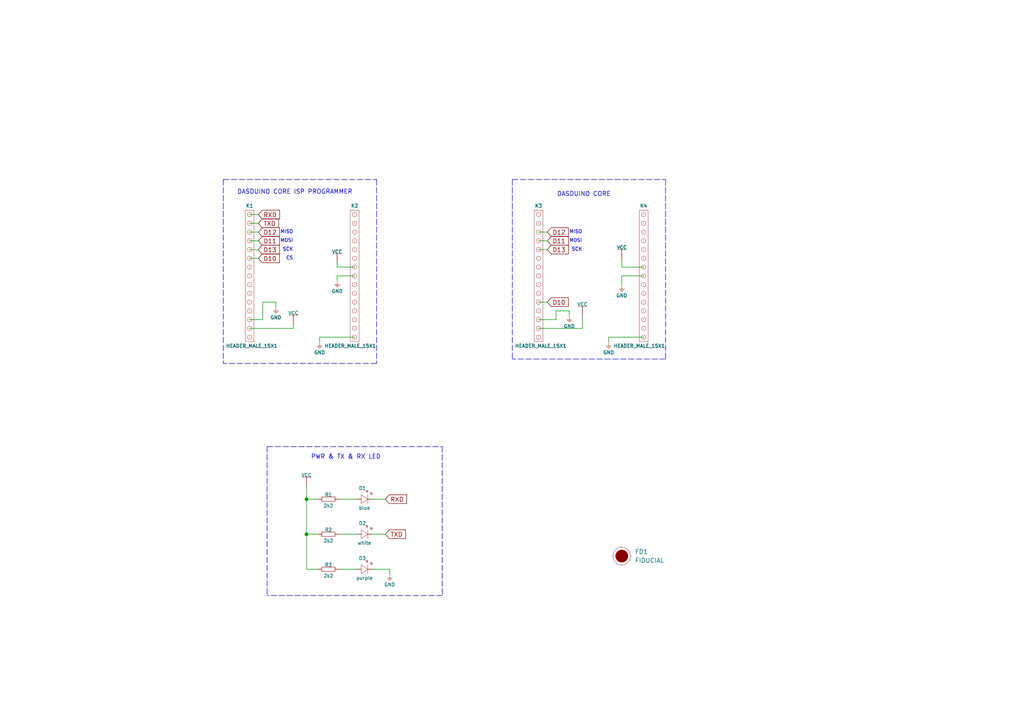
<source format=kicad_sch>
(kicad_sch (version 20210621) (generator eeschema)

  (uuid d138fa75-487f-476b-8157-412287358d64)

  (paper "A4")

  (lib_symbols
    (symbol "e-radionica.com schematics:0402LED" (pin_numbers hide) (pin_names (offset 0.254) hide) (in_bom yes) (on_board yes)
      (property "Reference" "D" (id 0) (at -0.635 2.54 0)
        (effects (font (size 1 1)))
      )
      (property "Value" "0402LED" (id 1) (at 0 -2.54 0)
        (effects (font (size 1 1)))
      )
      (property "Footprint" "e-radionica.com footprinti:0402LED" (id 2) (at 0 5.08 0)
        (effects (font (size 1 1)) hide)
      )
      (property "Datasheet" "" (id 3) (at 0 0 0)
        (effects (font (size 1 1)) hide)
      )
      (property "Package" "0402" (id 4) (at 0 0 0)
        (effects (font (size 1.27 1.27)) hide)
      )
      (symbol "0402LED_0_1"
        (polyline
          (pts
            (xy -0.635 1.27)
            (xy 1.27 0)
          )
          (stroke (width 0.0006)) (fill (type none))
        )
        (polyline
          (pts
            (xy 0.635 1.905)
            (xy 1.27 2.54)
          )
          (stroke (width 0.0006)) (fill (type none))
        )
        (polyline
          (pts
            (xy 1.27 1.27)
            (xy 1.27 -1.27)
          )
          (stroke (width 0.0006)) (fill (type none))
        )
        (polyline
          (pts
            (xy 1.905 1.27)
            (xy 2.54 1.905)
          )
          (stroke (width 0.0006)) (fill (type none))
        )
        (polyline
          (pts
            (xy -0.635 1.27)
            (xy -0.635 -1.27)
            (xy 1.27 0)
          )
          (stroke (width 0.0006)) (fill (type none))
        )
        (polyline
          (pts
            (xy 1.27 2.54)
            (xy 0.635 2.54)
            (xy 1.27 1.905)
            (xy 1.27 2.54)
          )
          (stroke (width 0.0006)) (fill (type none))
        )
        (polyline
          (pts
            (xy 2.54 1.905)
            (xy 1.905 1.905)
            (xy 2.54 1.27)
            (xy 2.54 1.905)
          )
          (stroke (width 0.0006)) (fill (type none))
        )
      )
      (symbol "0402LED_1_1"
        (pin passive line (at -1.905 0 0) (length 1.27)
          (name "A" (effects (font (size 1.27 1.27))))
          (number "1" (effects (font (size 1.27 1.27))))
        )
        (pin passive line (at 2.54 0 180) (length 1.27)
          (name "K" (effects (font (size 1.27 1.27))))
          (number "2" (effects (font (size 1.27 1.27))))
        )
      )
    )
    (symbol "e-radionica.com schematics:0402R" (pin_numbers hide) (pin_names (offset 0.254)) (in_bom yes) (on_board yes)
      (property "Reference" "R" (id 0) (at -1.905 1.27 0)
        (effects (font (size 1 1)))
      )
      (property "Value" "0402R" (id 1) (at 0 -1.27 0)
        (effects (font (size 1 1)))
      )
      (property "Footprint" "e-radionica.com footprinti:0402R" (id 2) (at -2.54 1.905 0)
        (effects (font (size 1 1)) hide)
      )
      (property "Datasheet" "" (id 3) (at -2.54 1.905 0)
        (effects (font (size 1 1)) hide)
      )
      (symbol "0402R_0_1"
        (rectangle (start -1.905 -0.635) (end 1.905 -0.6604)
          (stroke (width 0.1)) (fill (type none))
        )
        (rectangle (start -1.905 0.635) (end -1.8796 -0.635)
          (stroke (width 0.1)) (fill (type none))
        )
        (rectangle (start -1.905 0.635) (end 1.905 0.6096)
          (stroke (width 0.1)) (fill (type none))
        )
        (rectangle (start 1.905 0.635) (end 1.9304 -0.635)
          (stroke (width 0.1)) (fill (type none))
        )
      )
      (symbol "0402R_1_1"
        (pin passive line (at -3.175 0 0) (length 1.27)
          (name "~" (effects (font (size 1.27 1.27))))
          (number "1" (effects (font (size 1.27 1.27))))
        )
        (pin passive line (at 3.175 0 180) (length 1.27)
          (name "~" (effects (font (size 1.27 1.27))))
          (number "2" (effects (font (size 1.27 1.27))))
        )
      )
    )
    (symbol "e-radionica.com schematics:FIDUCIAL" (in_bom no) (on_board yes)
      (property "Reference" "FD" (id 0) (at 0 3.81 0)
        (effects (font (size 1.27 1.27)))
      )
      (property "Value" "FIDUCIAL" (id 1) (at 0 -3.81 0)
        (effects (font (size 1.27 1.27)))
      )
      (property "Footprint" "e-radionica.com footprinti:FIDUCIAL_23" (id 2) (at 0.254 -5.334 0)
        (effects (font (size 1.27 1.27)) hide)
      )
      (property "Datasheet" "" (id 3) (at 0 0 0)
        (effects (font (size 1.27 1.27)) hide)
      )
      (symbol "FIDUCIAL_0_1"
        (circle (center 0 0) (radius 2.54) (stroke (width 0.0006)) (fill (type none)))
        (circle (center 0 0) (radius 1.7961) (stroke (width 0.001)) (fill (type outline)))
        (polyline
          (pts
            (xy -2.54 0)
            (xy -2.794 0)
          )
          (stroke (width 0.0006)) (fill (type none))
        )
        (polyline
          (pts
            (xy 0 -2.54)
            (xy 0 -2.794)
          )
          (stroke (width 0.0006)) (fill (type none))
        )
        (polyline
          (pts
            (xy 0 2.54)
            (xy 0 2.794)
          )
          (stroke (width 0.0006)) (fill (type none))
        )
        (polyline
          (pts
            (xy 2.54 0)
            (xy 2.794 0)
          )
          (stroke (width 0.0006)) (fill (type none))
        )
      )
    )
    (symbol "e-radionica.com schematics:GND" (power) (pin_names (offset 0)) (in_bom yes) (on_board yes)
      (property "Reference" "#PWR" (id 0) (at 4.445 0 0)
        (effects (font (size 1 1)) hide)
      )
      (property "Value" "GND" (id 1) (at 0 -2.921 0)
        (effects (font (size 1 1)))
      )
      (property "Footprint" "" (id 2) (at 4.445 3.81 0)
        (effects (font (size 1 1)) hide)
      )
      (property "Datasheet" "" (id 3) (at 4.445 3.81 0)
        (effects (font (size 1 1)) hide)
      )
      (property "ki_keywords" "power-flag" (id 4) (at 0 0 0)
        (effects (font (size 1.27 1.27)) hide)
      )
      (property "ki_description" "Power symbol creates a global label with name \"GND\"" (id 5) (at 0 0 0)
        (effects (font (size 1.27 1.27)) hide)
      )
      (symbol "GND_0_1"
        (polyline
          (pts
            (xy -0.762 -1.27)
            (xy 0.762 -1.27)
          )
          (stroke (width 0.0006)) (fill (type none))
        )
        (polyline
          (pts
            (xy -0.635 -1.524)
            (xy 0.635 -1.524)
          )
          (stroke (width 0.0006)) (fill (type none))
        )
        (polyline
          (pts
            (xy -0.381 -1.778)
            (xy 0.381 -1.778)
          )
          (stroke (width 0.0006)) (fill (type none))
        )
        (polyline
          (pts
            (xy -0.127 -2.032)
            (xy 0.127 -2.032)
          )
          (stroke (width 0.0006)) (fill (type none))
        )
        (polyline
          (pts
            (xy 0 0)
            (xy 0 -1.27)
          )
          (stroke (width 0.0006)) (fill (type none))
        )
      )
      (symbol "GND_1_1"
        (pin power_in line (at 0 0 270) (length 0) hide
          (name "GND" (effects (font (size 1.27 1.27))))
          (number "1" (effects (font (size 1.27 1.27))))
        )
      )
    )
    (symbol "e-radionica.com schematics:HEADER_MALE_15X1" (pin_numbers hide) (pin_names hide) (in_bom yes) (on_board yes)
      (property "Reference" "K" (id 0) (at -0.635 20.32 0)
        (effects (font (size 1 1)))
      )
      (property "Value" "HEADER_MALE_15X1" (id 1) (at 1.27 -20.32 0)
        (effects (font (size 1 1)))
      )
      (property "Footprint" "e-radionica.com footprinti:HEADER_MALE_15X1" (id 2) (at 0 0 0)
        (effects (font (size 1 1)) hide)
      )
      (property "Datasheet" "" (id 3) (at 0 0 0)
        (effects (font (size 1 1)) hide)
      )
      (symbol "HEADER_MALE_15X1_0_1"
        (circle (center 0 -17.78) (radius 0.635) (stroke (width 0.0006)) (fill (type none)))
        (circle (center 0 -15.24) (radius 0.635) (stroke (width 0.0006)) (fill (type none)))
        (circle (center 0 -12.7) (radius 0.635) (stroke (width 0.0006)) (fill (type none)))
        (circle (center 0 -10.16) (radius 0.635) (stroke (width 0.0006)) (fill (type none)))
        (circle (center 0 -7.62) (radius 0.635) (stroke (width 0.0006)) (fill (type none)))
        (circle (center 0 -5.08) (radius 0.635) (stroke (width 0.0006)) (fill (type none)))
        (circle (center 0 -2.54) (radius 0.635) (stroke (width 0.0006)) (fill (type none)))
        (circle (center 0 0) (radius 0.635) (stroke (width 0.0006)) (fill (type none)))
        (circle (center 0 2.54) (radius 0.635) (stroke (width 0.0006)) (fill (type none)))
        (circle (center 0 5.08) (radius 0.635) (stroke (width 0.0006)) (fill (type none)))
        (circle (center 0 7.62) (radius 0.635) (stroke (width 0.0006)) (fill (type none)))
        (circle (center 0 10.16) (radius 0.635) (stroke (width 0.0006)) (fill (type none)))
        (circle (center 0 12.7) (radius 0.635) (stroke (width 0.0006)) (fill (type none)))
        (circle (center 0 15.24) (radius 0.635) (stroke (width 0.0006)) (fill (type none)))
        (circle (center 0 17.78) (radius 0.635) (stroke (width 0.0006)) (fill (type none)))
        (rectangle (start 1.27 -19.05) (end -1.27 19.05)
          (stroke (width 0.0006)) (fill (type none))
        )
      )
      (symbol "HEADER_MALE_15X1_1_1"
        (pin passive line (at 0 -17.78 180) (length 0)
          (name "~" (effects (font (size 0.991 0.991))))
          (number "1" (effects (font (size 0.991 0.991))))
        )
        (pin passive line (at 0 5.08 180) (length 0)
          (name "~" (effects (font (size 0.991 0.991))))
          (number "10" (effects (font (size 0.991 0.991))))
        )
        (pin passive line (at 0 7.62 180) (length 0)
          (name "~" (effects (font (size 0.991 0.991))))
          (number "11" (effects (font (size 0.991 0.991))))
        )
        (pin passive line (at 0 10.16 180) (length 0)
          (name "~" (effects (font (size 0.991 0.991))))
          (number "12" (effects (font (size 0.991 0.991))))
        )
        (pin passive line (at 0 12.7 180) (length 0)
          (name "~" (effects (font (size 0.991 0.991))))
          (number "13" (effects (font (size 0.991 0.991))))
        )
        (pin passive line (at 0 15.24 180) (length 0)
          (name "~" (effects (font (size 0.991 0.991))))
          (number "14" (effects (font (size 0.991 0.991))))
        )
        (pin passive line (at 0 17.78 180) (length 0)
          (name "~" (effects (font (size 0.991 0.991))))
          (number "15" (effects (font (size 0.991 0.991))))
        )
        (pin passive line (at 0 -15.24 180) (length 0)
          (name "~" (effects (font (size 0.991 0.991))))
          (number "2" (effects (font (size 0.991 0.991))))
        )
        (pin passive line (at 0 -12.7 180) (length 0)
          (name "~" (effects (font (size 0.991 0.991))))
          (number "3" (effects (font (size 0.991 0.991))))
        )
        (pin passive line (at 0 -10.16 180) (length 0)
          (name "~" (effects (font (size 0.991 0.991))))
          (number "4" (effects (font (size 0.991 0.991))))
        )
        (pin passive line (at 0 -7.62 180) (length 0)
          (name "~" (effects (font (size 0.991 0.991))))
          (number "5" (effects (font (size 0.991 0.991))))
        )
        (pin passive line (at 0 -5.08 180) (length 0)
          (name "~" (effects (font (size 0.991 0.991))))
          (number "6" (effects (font (size 0.991 0.991))))
        )
        (pin passive line (at 0 -2.54 180) (length 0)
          (name "~" (effects (font (size 0.991 0.991))))
          (number "7" (effects (font (size 0.991 0.991))))
        )
        (pin passive line (at 0 0 180) (length 0)
          (name "~" (effects (font (size 0.991 0.991))))
          (number "8" (effects (font (size 0.991 0.991))))
        )
        (pin passive line (at 0 2.54 180) (length 0)
          (name "~" (effects (font (size 0.991 0.991))))
          (number "9" (effects (font (size 0.991 0.991))))
        )
      )
    )
    (symbol "e-radionica.com schematics:VCC" (power) (pin_names (offset 0)) (in_bom yes) (on_board yes)
      (property "Reference" "#PWR" (id 0) (at 4.445 0 0)
        (effects (font (size 1 1)) hide)
      )
      (property "Value" "VCC" (id 1) (at 0 3.556 0)
        (effects (font (size 1 1)))
      )
      (property "Footprint" "" (id 2) (at 4.445 3.81 0)
        (effects (font (size 1 1)) hide)
      )
      (property "Datasheet" "" (id 3) (at 4.445 3.81 0)
        (effects (font (size 1 1)) hide)
      )
      (property "ki_keywords" "power-flag" (id 4) (at 0 0 0)
        (effects (font (size 1.27 1.27)) hide)
      )
      (property "ki_description" "Power symbol creates a global label with name \"VCC\"" (id 5) (at 0 0 0)
        (effects (font (size 1.27 1.27)) hide)
      )
      (symbol "VCC_0_1"
        (polyline
          (pts
            (xy -1.27 2.54)
            (xy 1.27 2.54)
          )
          (stroke (width 0.0006)) (fill (type none))
        )
        (polyline
          (pts
            (xy 0 0)
            (xy 0 2.54)
          )
          (stroke (width 0)) (fill (type none))
        )
      )
      (symbol "VCC_1_1"
        (pin power_in line (at 0 0 90) (length 0) hide
          (name "VCC" (effects (font (size 1.27 1.27))))
          (number "1" (effects (font (size 1.27 1.27))))
        )
      )
    )
  )

  (junction (at 88.9 144.78) (diameter 0.9144) (color 0 0 0 0))
  (junction (at 88.9 154.94) (diameter 0.9144) (color 0 0 0 0))

  (wire (pts (xy 72.39 62.23) (xy 74.93 62.23))
    (stroke (width 0) (type solid) (color 0 0 0 0))
    (uuid ca1eea80-6ea0-4d29-aad9-54c11f76b881)
  )
  (wire (pts (xy 72.39 64.77) (xy 74.93 64.77))
    (stroke (width 0) (type solid) (color 0 0 0 0))
    (uuid fe8be61d-0f6e-40af-b036-a5a289dc1b8f)
  )
  (wire (pts (xy 72.39 67.31) (xy 74.93 67.31))
    (stroke (width 0) (type solid) (color 0 0 0 0))
    (uuid 746024b6-09f0-4b61-8376-2cc9aad44efc)
  )
  (wire (pts (xy 72.39 69.85) (xy 74.93 69.85))
    (stroke (width 0) (type solid) (color 0 0 0 0))
    (uuid adce9ed8-ee7f-452c-8163-9a0b1a118a29)
  )
  (wire (pts (xy 72.39 72.39) (xy 74.93 72.39))
    (stroke (width 0) (type solid) (color 0 0 0 0))
    (uuid c071ccb7-776f-4238-8960-059f517c58a6)
  )
  (wire (pts (xy 72.39 74.93) (xy 74.93 74.93))
    (stroke (width 0) (type solid) (color 0 0 0 0))
    (uuid 0a4036bf-0075-4ce8-a90e-be9404b80c16)
  )
  (wire (pts (xy 72.39 92.71) (xy 76.2 92.71))
    (stroke (width 0) (type solid) (color 0 0 0 0))
    (uuid e920558d-6a26-49a3-ab72-e93d802a497e)
  )
  (wire (pts (xy 72.39 95.25) (xy 85.09 95.25))
    (stroke (width 0) (type solid) (color 0 0 0 0))
    (uuid 8d81739f-a8fc-45d0-a1a3-aaf0e833198e)
  )
  (wire (pts (xy 76.2 87.63) (xy 76.2 92.71))
    (stroke (width 0) (type solid) (color 0 0 0 0))
    (uuid 59275b7d-a7dd-4f13-8445-e7b5bf825e35)
  )
  (wire (pts (xy 80.01 87.63) (xy 76.2 87.63))
    (stroke (width 0) (type solid) (color 0 0 0 0))
    (uuid 59275b7d-a7dd-4f13-8445-e7b5bf825e35)
  )
  (wire (pts (xy 80.01 88.9) (xy 80.01 87.63))
    (stroke (width 0) (type solid) (color 0 0 0 0))
    (uuid 59275b7d-a7dd-4f13-8445-e7b5bf825e35)
  )
  (wire (pts (xy 85.09 95.25) (xy 85.09 93.98))
    (stroke (width 0) (type solid) (color 0 0 0 0))
    (uuid 255c9aa4-da28-4634-a7b4-ac79744ac566)
  )
  (wire (pts (xy 88.9 144.78) (xy 88.9 140.97))
    (stroke (width 0) (type solid) (color 0 0 0 0))
    (uuid 7de38d66-4aaf-4639-9020-61907a4b4a81)
  )
  (wire (pts (xy 88.9 154.94) (xy 88.9 144.78))
    (stroke (width 0) (type solid) (color 0 0 0 0))
    (uuid 05f16177-85b8-44f4-b9ef-24a543497b36)
  )
  (wire (pts (xy 88.9 154.94) (xy 92.075 154.94))
    (stroke (width 0) (type solid) (color 0 0 0 0))
    (uuid dc9d2d60-c4ef-4616-8334-e4f8cd4d39bd)
  )
  (wire (pts (xy 88.9 165.1) (xy 88.9 154.94))
    (stroke (width 0) (type solid) (color 0 0 0 0))
    (uuid 05f16177-85b8-44f4-b9ef-24a543497b36)
  )
  (wire (pts (xy 92.075 144.78) (xy 88.9 144.78))
    (stroke (width 0) (type solid) (color 0 0 0 0))
    (uuid 7de38d66-4aaf-4639-9020-61907a4b4a81)
  )
  (wire (pts (xy 92.075 165.1) (xy 88.9 165.1))
    (stroke (width 0) (type solid) (color 0 0 0 0))
    (uuid 05f16177-85b8-44f4-b9ef-24a543497b36)
  )
  (wire (pts (xy 92.71 97.79) (xy 92.71 99.06))
    (stroke (width 0) (type solid) (color 0 0 0 0))
    (uuid 9c31bc6f-101c-4bbb-835d-cd654f59ff6d)
  )
  (wire (pts (xy 92.71 97.79) (xy 102.87 97.79))
    (stroke (width 0) (type solid) (color 0 0 0 0))
    (uuid 13d19065-4ad6-4acf-abc6-f61ec5fccfa3)
  )
  (wire (pts (xy 97.79 77.47) (xy 97.79 76.2))
    (stroke (width 0) (type solid) (color 0 0 0 0))
    (uuid 8e392966-82ba-48f3-91f8-377a6e6ef5b4)
  )
  (wire (pts (xy 97.79 77.47) (xy 102.87 77.47))
    (stroke (width 0) (type solid) (color 0 0 0 0))
    (uuid 62a284c2-83f7-42a4-9e82-1074864f5b60)
  )
  (wire (pts (xy 97.79 80.01) (xy 97.79 81.28))
    (stroke (width 0) (type solid) (color 0 0 0 0))
    (uuid 99b386ab-3140-4b53-850b-15d7101dff88)
  )
  (wire (pts (xy 97.79 80.01) (xy 102.87 80.01))
    (stroke (width 0) (type solid) (color 0 0 0 0))
    (uuid 81742e09-d312-4747-b1b2-21874530ac76)
  )
  (wire (pts (xy 98.425 144.78) (xy 103.505 144.78))
    (stroke (width 0) (type solid) (color 0 0 0 0))
    (uuid e58776d4-233d-444b-b07f-9fce138d05ce)
  )
  (wire (pts (xy 98.425 154.94) (xy 103.505 154.94))
    (stroke (width 0) (type solid) (color 0 0 0 0))
    (uuid e930f638-1a5e-4ed9-b496-14f016bf5d04)
  )
  (wire (pts (xy 98.425 165.1) (xy 103.505 165.1))
    (stroke (width 0) (type solid) (color 0 0 0 0))
    (uuid 00b7446d-236a-4d8b-a953-e7afcd9af740)
  )
  (wire (pts (xy 107.95 144.78) (xy 111.76 144.78))
    (stroke (width 0) (type solid) (color 0 0 0 0))
    (uuid 199b6bc6-6351-4648-ad9d-64e3b961f8cf)
  )
  (wire (pts (xy 107.95 154.94) (xy 111.76 154.94))
    (stroke (width 0) (type solid) (color 0 0 0 0))
    (uuid 89e3d687-04bc-4e1e-b01f-9537d1912ce3)
  )
  (wire (pts (xy 107.95 165.1) (xy 113.03 165.1))
    (stroke (width 0) (type solid) (color 0 0 0 0))
    (uuid 0d35c148-b78b-487e-bb53-7239c86640fe)
  )
  (wire (pts (xy 113.03 165.1) (xy 113.03 166.37))
    (stroke (width 0) (type solid) (color 0 0 0 0))
    (uuid 0d35c148-b78b-487e-bb53-7239c86640fe)
  )
  (wire (pts (xy 156.21 67.31) (xy 158.75 67.31))
    (stroke (width 0) (type solid) (color 0 0 0 0))
    (uuid 2997683c-b4ee-4b93-8c46-177a354523bb)
  )
  (wire (pts (xy 156.21 69.85) (xy 158.75 69.85))
    (stroke (width 0) (type solid) (color 0 0 0 0))
    (uuid 5450f3b0-9fca-4b6b-9f90-8aca15280d49)
  )
  (wire (pts (xy 156.21 72.39) (xy 158.75 72.39))
    (stroke (width 0) (type solid) (color 0 0 0 0))
    (uuid ddc56ca1-b686-4e38-8067-c1d2634f5334)
  )
  (wire (pts (xy 156.21 87.63) (xy 158.75 87.63))
    (stroke (width 0) (type solid) (color 0 0 0 0))
    (uuid 0efe3230-e0b1-4657-99c5-fb9151be1c76)
  )
  (wire (pts (xy 156.21 92.71) (xy 161.29 92.71))
    (stroke (width 0) (type solid) (color 0 0 0 0))
    (uuid 30607283-438b-4f88-beb6-cc96962a11ac)
  )
  (wire (pts (xy 156.21 95.25) (xy 168.91 95.25))
    (stroke (width 0) (type solid) (color 0 0 0 0))
    (uuid bd5f73cd-0a01-4350-8b8a-ec8e1327ca5e)
  )
  (wire (pts (xy 161.29 90.17) (xy 161.29 92.71))
    (stroke (width 0) (type solid) (color 0 0 0 0))
    (uuid 30607283-438b-4f88-beb6-cc96962a11ac)
  )
  (wire (pts (xy 165.1 90.17) (xy 161.29 90.17))
    (stroke (width 0) (type solid) (color 0 0 0 0))
    (uuid 30607283-438b-4f88-beb6-cc96962a11ac)
  )
  (wire (pts (xy 165.1 91.44) (xy 165.1 90.17))
    (stroke (width 0) (type solid) (color 0 0 0 0))
    (uuid 30607283-438b-4f88-beb6-cc96962a11ac)
  )
  (wire (pts (xy 168.91 95.25) (xy 168.91 91.44))
    (stroke (width 0) (type solid) (color 0 0 0 0))
    (uuid c3ab4cb6-dafb-4138-aa00-cf93afc86673)
  )
  (wire (pts (xy 176.53 97.79) (xy 176.53 99.06))
    (stroke (width 0) (type solid) (color 0 0 0 0))
    (uuid 70ed34af-813d-45d0-8a9c-25287f37591c)
  )
  (wire (pts (xy 176.53 97.79) (xy 186.69 97.79))
    (stroke (width 0) (type solid) (color 0 0 0 0))
    (uuid 90bc5209-4f25-4c62-8234-4f0b9b2707a8)
  )
  (wire (pts (xy 180.34 77.47) (xy 180.34 74.93))
    (stroke (width 0) (type solid) (color 0 0 0 0))
    (uuid 6c1fae0d-c2c2-41b4-9326-c2c6e3b30916)
  )
  (wire (pts (xy 180.34 77.47) (xy 186.69 77.47))
    (stroke (width 0) (type solid) (color 0 0 0 0))
    (uuid 805295f2-0dc0-4685-996d-f82f6b8652a9)
  )
  (wire (pts (xy 180.34 80.01) (xy 180.34 82.55))
    (stroke (width 0) (type solid) (color 0 0 0 0))
    (uuid 294c695b-074f-4c5b-86c5-b4b87ffbe5f4)
  )
  (wire (pts (xy 180.34 80.01) (xy 186.69 80.01))
    (stroke (width 0) (type solid) (color 0 0 0 0))
    (uuid 605ad760-2cfd-44da-9a6f-bf20e09c4f69)
  )
  (polyline (pts (xy 64.77 52.07) (xy 64.77 105.41))
    (stroke (width 0) (type dash) (color 0 0 0 0))
    (uuid 23c2fcf9-56b6-4512-acc0-44f4e4df3af1)
  )
  (polyline (pts (xy 64.77 52.07) (xy 109.22 52.07))
    (stroke (width 0) (type dash) (color 0 0 0 0))
    (uuid 0c6d4f49-abed-4f4d-8b13-90b809751a5c)
  )
  (polyline (pts (xy 77.47 129.54) (xy 77.47 172.72))
    (stroke (width 0) (type dash) (color 0 0 0 0))
    (uuid 9094c0eb-b7c7-476a-9d25-3edcb73fff56)
  )
  (polyline (pts (xy 77.47 129.54) (xy 128.27 129.54))
    (stroke (width 0) (type dash) (color 0 0 0 0))
    (uuid 9094c0eb-b7c7-476a-9d25-3edcb73fff56)
  )
  (polyline (pts (xy 109.22 52.07) (xy 109.22 105.41))
    (stroke (width 0) (type dash) (color 0 0 0 0))
    (uuid 9965fab8-779b-4646-beb9-eb70ed0801c9)
  )
  (polyline (pts (xy 109.22 105.41) (xy 64.77 105.41))
    (stroke (width 0) (type dash) (color 0 0 0 0))
    (uuid 00358354-c4f2-4cd2-8a74-e25e56881b85)
  )
  (polyline (pts (xy 128.27 129.54) (xy 128.27 172.72))
    (stroke (width 0) (type dash) (color 0 0 0 0))
    (uuid 9094c0eb-b7c7-476a-9d25-3edcb73fff56)
  )
  (polyline (pts (xy 128.27 172.72) (xy 77.47 172.72))
    (stroke (width 0) (type dash) (color 0 0 0 0))
    (uuid 9094c0eb-b7c7-476a-9d25-3edcb73fff56)
  )
  (polyline (pts (xy 148.59 52.07) (xy 148.59 104.14))
    (stroke (width 0) (type dash) (color 0 0 0 0))
    (uuid 70471c4c-a402-42c3-887f-8d1bd8ba3965)
  )
  (polyline (pts (xy 148.59 52.07) (xy 193.04 52.07))
    (stroke (width 0) (type dash) (color 0 0 0 0))
    (uuid 40bca7a2-20eb-4e81-9ff4-893f3e61f8ec)
  )
  (polyline (pts (xy 193.04 52.07) (xy 193.04 104.14))
    (stroke (width 0) (type dash) (color 0 0 0 0))
    (uuid 298eeaf9-6120-4843-8c0f-8681e5d2f681)
  )
  (polyline (pts (xy 193.04 104.14) (xy 148.59 104.14))
    (stroke (width 0) (type dash) (color 0 0 0 0))
    (uuid c33ca7b5-fcaf-44a6-8d8b-a519ff55132b)
  )

  (text "MISO" (at 85.09 67.945 180)
    (effects (font (size 1 1)) (justify right bottom))
    (uuid cb5ef6b2-1a81-4fcc-a181-b019104dba64)
  )
  (text "MOSI" (at 85.09 70.485 180)
    (effects (font (size 1 1)) (justify right bottom))
    (uuid 51d80cd3-4690-4226-b9e9-80df015df9f0)
  )
  (text "SCK" (at 85.09 73.025 180)
    (effects (font (size 1 1)) (justify right bottom))
    (uuid e0f4dd1a-1f49-4ace-b534-d198fa9c83ee)
  )
  (text "CS" (at 85.09 75.565 180)
    (effects (font (size 1 1)) (justify right bottom))
    (uuid 19ca401d-1456-432f-9166-70eaa5b47ff5)
  )
  (text "PWR & TX & RX LED" (at 90.17 133.35 0)
    (effects (font (size 1.27 1.27)) (justify left bottom))
    (uuid 439c6777-5b4e-4e37-8cf1-4eaa048d008e)
  )
  (text "DASDUINO CORE ISP PROGRAMMER" (at 102.235 56.515 180)
    (effects (font (size 1.27 1.27)) (justify right bottom))
    (uuid 0b87e7c7-e58c-4aa8-a98b-45b8fd451910)
  )
  (text "MISO" (at 168.91 67.945 180)
    (effects (font (size 1 1)) (justify right bottom))
    (uuid 89a24c7d-0898-4532-b78b-78088e317c3c)
  )
  (text "MOSI" (at 168.91 70.485 180)
    (effects (font (size 1 1)) (justify right bottom))
    (uuid 71c015a0-55db-49a5-a644-3ae4b65b20af)
  )
  (text "SCK" (at 168.91 73.025 180)
    (effects (font (size 1 1)) (justify right bottom))
    (uuid 63d20e2a-c6c5-4c0c-8df7-251a822915eb)
  )
  (text "DASDUINO CORE" (at 177.165 57.15 180)
    (effects (font (size 1.27 1.27)) (justify right bottom))
    (uuid 715f8c0e-c599-4110-b9cb-de17c8e86176)
  )

  (global_label "RXD" (shape input) (at 74.93 62.23 0)
    (effects (font (size 1.27 1.27)) (justify left))
    (uuid ebaf6681-f762-4037-a324-a3f217960fde)
    (property "Intersheet References" "${INTERSHEET_REFS}" (id 0) (at 82.6166 62.1506 0)
      (effects (font (size 1.27 1.27)) (justify left) hide)
    )
  )
  (global_label "TXD" (shape input) (at 74.93 64.77 0)
    (effects (font (size 1.27 1.27)) (justify left))
    (uuid 19533049-e096-41dc-8a76-340c02105fae)
    (property "Intersheet References" "${INTERSHEET_REFS}" (id 0) (at 82.6166 64.6906 0)
      (effects (font (size 1.27 1.27)) (justify left) hide)
    )
  )
  (global_label "D12" (shape input) (at 74.93 67.31 0)
    (effects (font (size 1.27 1.27)) (justify left))
    (uuid 8a948f5d-a86f-430b-9c1f-8ded3d585826)
    (property "Intersheet References" "${INTERSHEET_REFS}" (id 0) (at 82.5561 67.2306 0)
      (effects (font (size 1.27 1.27)) (justify left) hide)
    )
  )
  (global_label "D11" (shape input) (at 74.93 69.85 0)
    (effects (font (size 1.27 1.27)) (justify left))
    (uuid 6e960c88-954b-4d10-be11-753369141d1a)
    (property "Intersheet References" "${INTERSHEET_REFS}" (id 0) (at 82.5561 69.7706 0)
      (effects (font (size 1.27 1.27)) (justify left) hide)
    )
  )
  (global_label "D13" (shape input) (at 74.93 72.39 0)
    (effects (font (size 1.27 1.27)) (justify left))
    (uuid 6e81db55-e3df-4276-bba6-8872ccf27834)
    (property "Intersheet References" "${INTERSHEET_REFS}" (id 0) (at 82.5561 72.3106 0)
      (effects (font (size 1.27 1.27)) (justify left) hide)
    )
  )
  (global_label "D10" (shape input) (at 74.93 74.93 0)
    (effects (font (size 1.27 1.27)) (justify left))
    (uuid 8a9bf449-a7fb-4de2-a0f0-9843290c5cda)
    (property "Intersheet References" "${INTERSHEET_REFS}" (id 0) (at 82.5561 74.8506 0)
      (effects (font (size 1.27 1.27)) (justify left) hide)
    )
  )
  (global_label "RXD" (shape input) (at 111.76 144.78 0) (fields_autoplaced)
    (effects (font (size 1.27 1.27)) (justify left))
    (uuid 01e6b487-8e8e-426b-95b4-2ad620c5e3f4)
    (property "Intersheet References" "${INTERSHEET_REFS}" (id 0) (at 117.9226 144.7006 0)
      (effects (font (size 1.27 1.27)) (justify left) hide)
    )
  )
  (global_label "TXD" (shape input) (at 111.76 154.94 0) (fields_autoplaced)
    (effects (font (size 1.27 1.27)) (justify left))
    (uuid 0960b70e-4f1f-4a15-ba73-53137d48ba77)
    (property "Intersheet References" "${INTERSHEET_REFS}" (id 0) (at 117.6202 154.8606 0)
      (effects (font (size 1.27 1.27)) (justify left) hide)
    )
  )
  (global_label "D12" (shape input) (at 158.75 67.31 0)
    (effects (font (size 1.27 1.27)) (justify left))
    (uuid 51bf14d3-a794-44af-9235-f08935ca8a87)
    (property "Intersheet References" "${INTERSHEET_REFS}" (id 0) (at 166.3761 67.2306 0)
      (effects (font (size 1.27 1.27)) (justify left) hide)
    )
  )
  (global_label "D11" (shape input) (at 158.75 69.85 0)
    (effects (font (size 1.27 1.27)) (justify left))
    (uuid 2bc9b7a3-8f06-428d-bf06-64c25e074c3d)
    (property "Intersheet References" "${INTERSHEET_REFS}" (id 0) (at 166.3761 69.7706 0)
      (effects (font (size 1.27 1.27)) (justify left) hide)
    )
  )
  (global_label "D13" (shape input) (at 158.75 72.39 0)
    (effects (font (size 1.27 1.27)) (justify left))
    (uuid 8fb519c3-19b5-436b-aab7-df70cb59cdc8)
    (property "Intersheet References" "${INTERSHEET_REFS}" (id 0) (at 166.3761 72.3106 0)
      (effects (font (size 1.27 1.27)) (justify left) hide)
    )
  )
  (global_label "D10" (shape input) (at 158.75 87.63 0)
    (effects (font (size 1.27 1.27)) (justify left))
    (uuid 5e99aaa8-6180-4d27-9b24-bd17c80bc30e)
    (property "Intersheet References" "${INTERSHEET_REFS}" (id 0) (at 168.4323 87.5506 0)
      (effects (font (size 1.27 1.27)) (justify left) hide)
    )
  )

  (symbol (lib_id "e-radionica.com schematics:GND") (at 80.01 88.9 0) (unit 1)
    (in_bom yes) (on_board yes)
    (uuid f3e58a2f-1fe7-4349-b80c-8f02c3cd193d)
    (property "Reference" "#PWR01" (id 0) (at 84.455 88.9 0)
      (effects (font (size 1 1)) hide)
    )
    (property "Value" "GND" (id 1) (at 80.01 92.075 0)
      (effects (font (size 1 1)))
    )
    (property "Footprint" "" (id 2) (at 84.455 85.09 0)
      (effects (font (size 1 1)) hide)
    )
    (property "Datasheet" "" (id 3) (at 84.455 85.09 0)
      (effects (font (size 1 1)) hide)
    )
    (pin "1" (uuid cf9323c7-7f30-41ef-8c44-25a742aca146))
  )

  (symbol (lib_id "e-radionica.com schematics:GND") (at 92.71 99.06 0) (unit 1)
    (in_bom yes) (on_board yes)
    (uuid c1a7ebdf-3a46-4906-be39-74ba2614adce)
    (property "Reference" "#PWR04" (id 0) (at 97.155 99.06 0)
      (effects (font (size 1 1)) hide)
    )
    (property "Value" "GND" (id 1) (at 92.71 102.235 0)
      (effects (font (size 1 1)))
    )
    (property "Footprint" "" (id 2) (at 97.155 95.25 0)
      (effects (font (size 1 1)) hide)
    )
    (property "Datasheet" "" (id 3) (at 97.155 95.25 0)
      (effects (font (size 1 1)) hide)
    )
    (pin "1" (uuid 7366d519-ee57-42a9-a7a0-16774209b240))
  )

  (symbol (lib_id "e-radionica.com schematics:GND") (at 97.79 81.28 0) (unit 1)
    (in_bom yes) (on_board yes)
    (uuid 82633792-a151-4c88-b317-f5ca7564b4d1)
    (property "Reference" "#PWR06" (id 0) (at 102.235 81.28 0)
      (effects (font (size 1 1)) hide)
    )
    (property "Value" "GND" (id 1) (at 97.79 84.455 0)
      (effects (font (size 1 1)))
    )
    (property "Footprint" "" (id 2) (at 102.235 77.47 0)
      (effects (font (size 1 1)) hide)
    )
    (property "Datasheet" "" (id 3) (at 102.235 77.47 0)
      (effects (font (size 1 1)) hide)
    )
    (pin "1" (uuid 54185072-a262-4a01-a9f4-85013145f172))
  )

  (symbol (lib_id "e-radionica.com schematics:GND") (at 113.03 166.37 0) (unit 1)
    (in_bom yes) (on_board yes)
    (uuid 78103dbc-ee41-4913-b757-7941e73c4682)
    (property "Reference" "#PWR07" (id 0) (at 117.475 166.37 0)
      (effects (font (size 1 1)) hide)
    )
    (property "Value" "GND" (id 1) (at 113.03 169.545 0)
      (effects (font (size 1 1)))
    )
    (property "Footprint" "" (id 2) (at 117.475 162.56 0)
      (effects (font (size 1 1)) hide)
    )
    (property "Datasheet" "" (id 3) (at 117.475 162.56 0)
      (effects (font (size 1 1)) hide)
    )
    (pin "1" (uuid 57353501-9477-4719-a272-20f1f0919f79))
  )

  (symbol (lib_id "e-radionica.com schematics:GND") (at 165.1 91.44 0) (unit 1)
    (in_bom yes) (on_board yes)
    (uuid 715fbac2-b526-4536-a3ce-b629e0d88ac4)
    (property "Reference" "#PWR08" (id 0) (at 169.545 91.44 0)
      (effects (font (size 1 1)) hide)
    )
    (property "Value" "GND" (id 1) (at 165.1 94.615 0)
      (effects (font (size 1 1)))
    )
    (property "Footprint" "" (id 2) (at 169.545 87.63 0)
      (effects (font (size 1 1)) hide)
    )
    (property "Datasheet" "" (id 3) (at 169.545 87.63 0)
      (effects (font (size 1 1)) hide)
    )
    (pin "1" (uuid 09685ede-473f-4655-b74c-daceec348c07))
  )

  (symbol (lib_id "e-radionica.com schematics:GND") (at 176.53 99.06 0) (unit 1)
    (in_bom yes) (on_board yes)
    (uuid 58c33f3e-d73f-4cf7-9000-f5db92297905)
    (property "Reference" "#PWR010" (id 0) (at 180.975 99.06 0)
      (effects (font (size 1 1)) hide)
    )
    (property "Value" "GND" (id 1) (at 176.53 102.235 0)
      (effects (font (size 1 1)))
    )
    (property "Footprint" "" (id 2) (at 180.975 95.25 0)
      (effects (font (size 1 1)) hide)
    )
    (property "Datasheet" "" (id 3) (at 180.975 95.25 0)
      (effects (font (size 1 1)) hide)
    )
    (pin "1" (uuid e486e034-83e6-402c-b5b4-ba2bebb6d089))
  )

  (symbol (lib_id "e-radionica.com schematics:GND") (at 180.34 82.55 0) (unit 1)
    (in_bom yes) (on_board yes)
    (uuid b9891882-fa1f-4dab-8080-d535c3eb5113)
    (property "Reference" "#PWR012" (id 0) (at 184.785 82.55 0)
      (effects (font (size 1 1)) hide)
    )
    (property "Value" "GND" (id 1) (at 180.34 85.725 0)
      (effects (font (size 1 1)))
    )
    (property "Footprint" "" (id 2) (at 184.785 78.74 0)
      (effects (font (size 1 1)) hide)
    )
    (property "Datasheet" "" (id 3) (at 184.785 78.74 0)
      (effects (font (size 1 1)) hide)
    )
    (pin "1" (uuid 2a142611-30d4-4baf-a249-a218f33038b7))
  )

  (symbol (lib_id "e-radionica.com schematics:VCC") (at 85.09 93.98 0) (unit 1)
    (in_bom yes) (on_board yes)
    (uuid 07623381-9a3c-4a72-99d2-838b7b51c299)
    (property "Reference" "#PWR02" (id 0) (at 89.535 93.98 0)
      (effects (font (size 1 1)) hide)
    )
    (property "Value" "VCC" (id 1) (at 85.09 90.805 0)
      (effects (font (size 1 1)))
    )
    (property "Footprint" "" (id 2) (at 89.535 90.17 0)
      (effects (font (size 1 1)) hide)
    )
    (property "Datasheet" "" (id 3) (at 89.535 90.17 0)
      (effects (font (size 1 1)) hide)
    )
    (pin "1" (uuid 1f65ee10-b28f-4d8e-9831-79b8110067b8))
  )

  (symbol (lib_id "e-radionica.com schematics:VCC") (at 88.9 140.97 0) (unit 1)
    (in_bom yes) (on_board yes)
    (uuid 53065ab5-5039-4625-b3be-441f9d4a9324)
    (property "Reference" "#PWR03" (id 0) (at 93.345 140.97 0)
      (effects (font (size 1 1)) hide)
    )
    (property "Value" "VCC" (id 1) (at 88.9 137.795 0)
      (effects (font (size 1 1)))
    )
    (property "Footprint" "" (id 2) (at 93.345 137.16 0)
      (effects (font (size 1 1)) hide)
    )
    (property "Datasheet" "" (id 3) (at 93.345 137.16 0)
      (effects (font (size 1 1)) hide)
    )
    (pin "1" (uuid 681091dc-ec9d-43b4-b44a-f2e2cc9005d7))
  )

  (symbol (lib_id "e-radionica.com schematics:VCC") (at 97.79 76.2 0) (unit 1)
    (in_bom yes) (on_board yes)
    (uuid f6efbdbd-e6ca-42db-b360-416be421f462)
    (property "Reference" "#PWR05" (id 0) (at 102.235 76.2 0)
      (effects (font (size 1 1)) hide)
    )
    (property "Value" "VCC" (id 1) (at 97.79 73.025 0)
      (effects (font (size 1 1)))
    )
    (property "Footprint" "" (id 2) (at 102.235 72.39 0)
      (effects (font (size 1 1)) hide)
    )
    (property "Datasheet" "" (id 3) (at 102.235 72.39 0)
      (effects (font (size 1 1)) hide)
    )
    (pin "1" (uuid 4d2dd61b-21b2-450f-bf2e-1e1eab7c3635))
  )

  (symbol (lib_id "e-radionica.com schematics:VCC") (at 168.91 91.44 0) (unit 1)
    (in_bom yes) (on_board yes)
    (uuid 317749ba-422d-4103-99ed-2cf168f37f06)
    (property "Reference" "#PWR09" (id 0) (at 173.355 91.44 0)
      (effects (font (size 1 1)) hide)
    )
    (property "Value" "VCC" (id 1) (at 168.91 88.265 0)
      (effects (font (size 1 1)))
    )
    (property "Footprint" "" (id 2) (at 173.355 87.63 0)
      (effects (font (size 1 1)) hide)
    )
    (property "Datasheet" "" (id 3) (at 173.355 87.63 0)
      (effects (font (size 1 1)) hide)
    )
    (pin "1" (uuid 493cc6d6-2e5d-461e-a89a-3f4ecfe97c26))
  )

  (symbol (lib_id "e-radionica.com schematics:VCC") (at 180.34 74.93 0) (unit 1)
    (in_bom yes) (on_board yes)
    (uuid 821b01df-ed6f-4f8a-b6b9-837fd9f0ce61)
    (property "Reference" "#PWR011" (id 0) (at 184.785 74.93 0)
      (effects (font (size 1 1)) hide)
    )
    (property "Value" "VCC" (id 1) (at 180.34 71.755 0)
      (effects (font (size 1 1)))
    )
    (property "Footprint" "" (id 2) (at 184.785 71.12 0)
      (effects (font (size 1 1)) hide)
    )
    (property "Datasheet" "" (id 3) (at 184.785 71.12 0)
      (effects (font (size 1 1)) hide)
    )
    (pin "1" (uuid 51f25a95-60f8-4478-8fbd-6621f87faced))
  )

  (symbol (lib_id "e-radionica.com schematics:0402R") (at 95.25 144.78 0) (unit 1)
    (in_bom yes) (on_board yes)
    (uuid c433da14-882d-43d8-a28a-4d6fba35a55e)
    (property "Reference" "R1" (id 0) (at 95.25 143.51 0)
      (effects (font (size 1 1)))
    )
    (property "Value" "2k2" (id 1) (at 95.25 146.685 0)
      (effects (font (size 1 1)))
    )
    (property "Footprint" "e-radionica.com footprinti:0402R" (id 2) (at 92.71 142.875 0)
      (effects (font (size 1 1)) hide)
    )
    (property "Datasheet" "" (id 3) (at 92.71 142.875 0)
      (effects (font (size 1 1)) hide)
    )
    (pin "1" (uuid 6476aa19-de01-47d6-998d-ea67e18f22bc))
    (pin "2" (uuid ea8f20e4-ab65-4b1b-855e-a2be543959f6))
  )

  (symbol (lib_id "e-radionica.com schematics:0402R") (at 95.25 154.94 0) (unit 1)
    (in_bom yes) (on_board yes)
    (uuid a8b4cf11-fa64-43f3-875f-acc0a4b643f0)
    (property "Reference" "R2" (id 0) (at 95.25 153.67 0)
      (effects (font (size 1 1)))
    )
    (property "Value" "2k2" (id 1) (at 95.25 156.845 0)
      (effects (font (size 1 1)))
    )
    (property "Footprint" "e-radionica.com footprinti:0402R" (id 2) (at 92.71 153.035 0)
      (effects (font (size 1 1)) hide)
    )
    (property "Datasheet" "" (id 3) (at 92.71 153.035 0)
      (effects (font (size 1 1)) hide)
    )
    (pin "1" (uuid 43d7a01c-5abc-41d9-a4e8-9e609e903849))
    (pin "2" (uuid 9027665d-10c9-4e2a-86d8-4441c9709fe5))
  )

  (symbol (lib_id "e-radionica.com schematics:0402R") (at 95.25 165.1 0) (unit 1)
    (in_bom yes) (on_board yes)
    (uuid 2e2cb45b-f9fb-43eb-aa90-c142bb1ccba7)
    (property "Reference" "R3" (id 0) (at 95.25 163.83 0)
      (effects (font (size 1 1)))
    )
    (property "Value" "2k2" (id 1) (at 95.25 167.005 0)
      (effects (font (size 1 1)))
    )
    (property "Footprint" "e-radionica.com footprinti:0402R" (id 2) (at 92.71 163.195 0)
      (effects (font (size 1 1)) hide)
    )
    (property "Datasheet" "" (id 3) (at 92.71 163.195 0)
      (effects (font (size 1 1)) hide)
    )
    (pin "1" (uuid a830490f-3915-4962-a4bd-9bc33862dcab))
    (pin "2" (uuid 7f0739c5-6707-452c-a0fe-978ab3de1de0))
  )

  (symbol (lib_id "e-radionica.com schematics:0402LED") (at 105.41 144.78 0) (unit 1)
    (in_bom yes) (on_board yes)
    (uuid 710f52a0-c94f-4b16-abd9-30173db268f5)
    (property "Reference" "D1" (id 0) (at 105.0925 141.605 0)
      (effects (font (size 1 1)))
    )
    (property "Value" "blue" (id 1) (at 105.7275 147.32 0)
      (effects (font (size 1 1)))
    )
    (property "Footprint" "e-radionica.com footprinti:0402LED" (id 2) (at 105.41 139.7 0)
      (effects (font (size 1 1)) hide)
    )
    (property "Datasheet" "" (id 3) (at 105.41 144.78 0)
      (effects (font (size 1 1)) hide)
    )
    (property "Package" "0402" (id 4) (at 105.41 144.78 0)
      (effects (font (size 1.27 1.27)) hide)
    )
    (pin "1" (uuid 5f978d1f-ed14-4ef5-b4a0-7734aed2068d))
    (pin "2" (uuid ea6e8b74-8a87-443c-834e-d16d9292a299))
  )

  (symbol (lib_id "e-radionica.com schematics:0402LED") (at 105.41 154.94 0) (unit 1)
    (in_bom yes) (on_board yes)
    (uuid 3e0fa834-ad62-4b9f-ad72-0b5d93d084cf)
    (property "Reference" "D2" (id 0) (at 105.0925 151.765 0)
      (effects (font (size 1 1)))
    )
    (property "Value" "white" (id 1) (at 105.7275 157.48 0)
      (effects (font (size 1 1)))
    )
    (property "Footprint" "e-radionica.com footprinti:0402LED" (id 2) (at 105.41 149.86 0)
      (effects (font (size 1 1)) hide)
    )
    (property "Datasheet" "" (id 3) (at 105.41 154.94 0)
      (effects (font (size 1 1)) hide)
    )
    (property "Package" "0402" (id 4) (at 105.41 154.94 0)
      (effects (font (size 1.27 1.27)) hide)
    )
    (pin "1" (uuid f2528210-1eb0-4cc9-9c15-e0446da18e0d))
    (pin "2" (uuid 3c3fff13-cdd8-419d-a9a2-1e4067ce77f1))
  )

  (symbol (lib_id "e-radionica.com schematics:0402LED") (at 105.41 165.1 0) (unit 1)
    (in_bom yes) (on_board yes)
    (uuid 7ea6ed81-2d60-48aa-844b-24b8ba1950f3)
    (property "Reference" "D3" (id 0) (at 105.0925 161.925 0)
      (effects (font (size 1 1)))
    )
    (property "Value" "purple" (id 1) (at 105.7275 167.64 0)
      (effects (font (size 1 1)))
    )
    (property "Footprint" "e-radionica.com footprinti:0402LED" (id 2) (at 105.41 160.02 0)
      (effects (font (size 1 1)) hide)
    )
    (property "Datasheet" "" (id 3) (at 105.41 165.1 0)
      (effects (font (size 1 1)) hide)
    )
    (property "Package" "0402" (id 4) (at 105.41 165.1 0)
      (effects (font (size 1.27 1.27)) hide)
    )
    (pin "1" (uuid c5bf394b-7285-4b3f-939f-7fe8bdab406e))
    (pin "2" (uuid db327c33-11e3-4ad3-9768-932cad8c31ab))
  )

  (symbol (lib_id "e-radionica.com schematics:FIDUCIAL") (at 180.34 161.29 0) (unit 1)
    (in_bom no) (on_board yes) (fields_autoplaced)
    (uuid 532ff598-357e-4756-9196-395f5026f880)
    (property "Reference" "FD1" (id 0) (at 184.15 160.0199 0)
      (effects (font (size 1.27 1.27)) (justify left))
    )
    (property "Value" "FIDUCIAL" (id 1) (at 184.15 162.5599 0)
      (effects (font (size 1.27 1.27)) (justify left))
    )
    (property "Footprint" "e-radionica.com footprinti:FIDUCIAL_23" (id 2) (at 180.594 166.624 0)
      (effects (font (size 1.27 1.27)) hide)
    )
    (property "Datasheet" "" (id 3) (at 180.34 161.29 0)
      (effects (font (size 1.27 1.27)) hide)
    )
  )

  (symbol (lib_id "e-radionica.com schematics:HEADER_MALE_15X1") (at 72.39 80.01 0) (unit 1)
    (in_bom yes) (on_board yes)
    (uuid 461f3cce-61f4-434c-8b64-af94d85a19bf)
    (property "Reference" "K1" (id 0) (at 72.39 59.69 0)
      (effects (font (size 1 1)))
    )
    (property "Value" "HEADER_MALE_15X1" (id 1) (at 73.025 100.33 0)
      (effects (font (size 1 1)))
    )
    (property "Footprint" "e-radionica.com footprinti:HEADER_MALE_15X1" (id 2) (at 72.39 80.01 0)
      (effects (font (size 1 1)) hide)
    )
    (property "Datasheet" "" (id 3) (at 72.39 80.01 0)
      (effects (font (size 1 1)) hide)
    )
    (pin "1" (uuid 23ed666b-2235-4613-9fd2-bbe861d8c1c1))
    (pin "10" (uuid 2ab387b4-746a-41ef-94ca-b975f57d3cb4))
    (pin "11" (uuid 7df78bdb-ab30-401c-9c2f-105997a56cfc))
    (pin "12" (uuid 722bb75e-dac3-498f-800c-36496efa176c))
    (pin "13" (uuid 1d08a659-4e99-43e3-a568-23f7f7fb1656))
    (pin "14" (uuid 2e2e77d1-1079-4af5-8688-9a3be3f9efde))
    (pin "15" (uuid 29a77e06-2c13-4819-8b3a-35838ec71df4))
    (pin "2" (uuid 94f4430d-3606-4098-a769-6e01e4d954c6))
    (pin "3" (uuid f11403f2-4152-4976-af6c-fbc6a1000934))
    (pin "4" (uuid e5786e34-e141-4000-875d-21c41aafc97f))
    (pin "5" (uuid 8af718c7-5440-44f3-a71d-9449c4410081))
    (pin "6" (uuid cfcde451-95a1-4e11-beb7-e00374de581f))
    (pin "7" (uuid 204cf611-e2f9-422c-8123-77f1a9522313))
    (pin "8" (uuid 685d5e1e-5034-4a66-a0e0-b09583c02893))
    (pin "9" (uuid f118d39e-7b56-439f-8ef6-9848d006aaac))
  )

  (symbol (lib_id "e-radionica.com schematics:HEADER_MALE_15X1") (at 102.87 80.01 0) (unit 1)
    (in_bom yes) (on_board yes)
    (uuid 1c641ded-57d1-45c3-8540-becf1402015c)
    (property "Reference" "K2" (id 0) (at 102.87 59.69 0)
      (effects (font (size 1 1)))
    )
    (property "Value" "HEADER_MALE_15X1" (id 1) (at 101.6 100.33 0)
      (effects (font (size 1 1)))
    )
    (property "Footprint" "e-radionica.com footprinti:HEADER_MALE_15X1" (id 2) (at 102.87 80.01 0)
      (effects (font (size 1 1)) hide)
    )
    (property "Datasheet" "" (id 3) (at 102.87 80.01 0)
      (effects (font (size 1 1)) hide)
    )
    (pin "1" (uuid 5e1c4f1f-6e77-4090-a8ac-30769578815f))
    (pin "10" (uuid 3a491212-a892-4747-be7d-28598e87f172))
    (pin "11" (uuid e647da9e-8280-49bc-8f84-65abc6c4ea7e))
    (pin "12" (uuid 8b3e1ff0-a2ad-40fc-a0bc-1bc0780df86b))
    (pin "13" (uuid 373542f8-07d1-4fcf-a91b-13b4085bba82))
    (pin "14" (uuid a6d202d1-5ca1-4034-ac00-81da6c8abde3))
    (pin "15" (uuid 38298168-90ec-44ff-b557-9648d9ba9612))
    (pin "2" (uuid e027f1cd-d9b6-4072-98fb-536a432e57bb))
    (pin "3" (uuid 40c70179-15fe-4590-99b8-e485620733bf))
    (pin "4" (uuid 2d4d1e9e-91f7-42eb-a7b3-62d84d130df8))
    (pin "5" (uuid 7f3f4d3f-90c1-4ad3-b45e-165b54bacf78))
    (pin "6" (uuid be738634-25fb-423a-8d23-9eacf9c65bf8))
    (pin "7" (uuid cd05e502-1700-47fb-b3ec-494f3d7542f4))
    (pin "8" (uuid 89fe7e34-7d00-4ffe-96c2-608033ed57b1))
    (pin "9" (uuid 5a0a0e27-91e9-4fd2-bedd-d27dd58b25cd))
  )

  (symbol (lib_id "e-radionica.com schematics:HEADER_MALE_15X1") (at 156.21 80.01 0) (unit 1)
    (in_bom yes) (on_board yes)
    (uuid a72802ce-0519-47ae-97ad-5f7235de3bf6)
    (property "Reference" "K3" (id 0) (at 156.21 59.69 0)
      (effects (font (size 1 1)))
    )
    (property "Value" "HEADER_MALE_15X1" (id 1) (at 156.845 100.33 0)
      (effects (font (size 1 1)))
    )
    (property "Footprint" "e-radionica.com footprinti:HEADER_MALE_15X1" (id 2) (at 156.21 80.01 0)
      (effects (font (size 1 1)) hide)
    )
    (property "Datasheet" "" (id 3) (at 156.21 80.01 0)
      (effects (font (size 1 1)) hide)
    )
    (pin "1" (uuid e596b913-63e6-4ad1-b2fd-b4282a5b37cc))
    (pin "10" (uuid 2b8afed7-3fb9-492f-b46c-3179f56c301f))
    (pin "11" (uuid ee91f767-b2d1-4294-8c15-695610cb08b9))
    (pin "12" (uuid 8532e2a0-2228-47f8-a8f6-21e8b6dea229))
    (pin "13" (uuid 6a6aa005-a154-4f7a-b1f8-141aa1beefa5))
    (pin "14" (uuid 2b18babe-7d85-4dfd-809c-f68e0d4a9a6b))
    (pin "15" (uuid 9b890e19-a907-4b7c-8831-4834c21a4ec7))
    (pin "2" (uuid 9ab1bf1a-7a49-4197-8956-b477bb4e61a2))
    (pin "3" (uuid c48a2b00-bf46-44e6-9afa-f40893b91f74))
    (pin "4" (uuid 702f5ae0-f8c7-4ec2-94a0-6801a20a73d4))
    (pin "5" (uuid 875427a7-1837-47f7-8495-60ef2d6f3df8))
    (pin "6" (uuid 98f09d1c-e39d-4284-ac7e-9202d378151f))
    (pin "7" (uuid 91f0e58a-29ee-4ccb-b6a4-2d99b6b10487))
    (pin "8" (uuid 1e97e4dc-48db-441c-82fc-747801c78d9c))
    (pin "9" (uuid e32d0b13-f8c9-479a-be1c-d5f448269be0))
  )

  (symbol (lib_id "e-radionica.com schematics:HEADER_MALE_15X1") (at 186.69 80.01 0) (unit 1)
    (in_bom yes) (on_board yes)
    (uuid b499d46c-cae9-4daa-a738-7eefbd7db3cc)
    (property "Reference" "K4" (id 0) (at 186.69 59.69 0)
      (effects (font (size 1 1)))
    )
    (property "Value" "HEADER_MALE_15X1" (id 1) (at 185.42 100.33 0)
      (effects (font (size 1 1)))
    )
    (property "Footprint" "e-radionica.com footprinti:HEADER_MALE_15X1" (id 2) (at 186.69 80.01 0)
      (effects (font (size 1 1)) hide)
    )
    (property "Datasheet" "" (id 3) (at 186.69 80.01 0)
      (effects (font (size 1 1)) hide)
    )
    (pin "1" (uuid e64b63f0-6092-44b7-b1d9-3da02e4af251))
    (pin "10" (uuid 65a13237-f109-4cbf-b486-aebe66ee8d77))
    (pin "11" (uuid b5883856-3683-48d0-ae87-518c7d4eb518))
    (pin "12" (uuid cb69e2dc-9cd4-4fa9-8b2e-53b916d3d3d5))
    (pin "13" (uuid 86a13ba9-29ac-4530-bca8-c66133dd707e))
    (pin "14" (uuid 75369c39-36e0-44c6-bdaa-16c038f2e147))
    (pin "15" (uuid e6d124f3-49ef-461c-8943-c7eed94d58ff))
    (pin "2" (uuid 296b2da3-23cb-4598-b750-fe4381764cf9))
    (pin "3" (uuid 22a44d9a-b138-414a-ba6e-d486ebf803e3))
    (pin "4" (uuid c192bd05-6f15-4108-a82e-ed698015f0e1))
    (pin "5" (uuid 9581400b-a4c5-43fa-b5d5-4d214cf2f1ae))
    (pin "6" (uuid 9b7e09e3-7a95-4d08-bea3-da762a3ad8e7))
    (pin "7" (uuid 407a1660-4cbf-4d94-99d7-5f35f68429f2))
    (pin "8" (uuid 3843a16d-6fe5-4295-9489-ae166b4bea80))
    (pin "9" (uuid 298bc5e6-f70f-42b2-b217-81a819906ec1))
  )

  (sheet_instances
    (path "/" (page "1"))
  )

  (symbol_instances
    (path "/f3e58a2f-1fe7-4349-b80c-8f02c3cd193d"
      (reference "#PWR01") (unit 1) (value "GND") (footprint "")
    )
    (path "/07623381-9a3c-4a72-99d2-838b7b51c299"
      (reference "#PWR02") (unit 1) (value "VCC") (footprint "")
    )
    (path "/53065ab5-5039-4625-b3be-441f9d4a9324"
      (reference "#PWR03") (unit 1) (value "VCC") (footprint "")
    )
    (path "/c1a7ebdf-3a46-4906-be39-74ba2614adce"
      (reference "#PWR04") (unit 1) (value "GND") (footprint "")
    )
    (path "/f6efbdbd-e6ca-42db-b360-416be421f462"
      (reference "#PWR05") (unit 1) (value "VCC") (footprint "")
    )
    (path "/82633792-a151-4c88-b317-f5ca7564b4d1"
      (reference "#PWR06") (unit 1) (value "GND") (footprint "")
    )
    (path "/78103dbc-ee41-4913-b757-7941e73c4682"
      (reference "#PWR07") (unit 1) (value "GND") (footprint "")
    )
    (path "/715fbac2-b526-4536-a3ce-b629e0d88ac4"
      (reference "#PWR08") (unit 1) (value "GND") (footprint "")
    )
    (path "/317749ba-422d-4103-99ed-2cf168f37f06"
      (reference "#PWR09") (unit 1) (value "VCC") (footprint "")
    )
    (path "/58c33f3e-d73f-4cf7-9000-f5db92297905"
      (reference "#PWR010") (unit 1) (value "GND") (footprint "")
    )
    (path "/821b01df-ed6f-4f8a-b6b9-837fd9f0ce61"
      (reference "#PWR011") (unit 1) (value "VCC") (footprint "")
    )
    (path "/b9891882-fa1f-4dab-8080-d535c3eb5113"
      (reference "#PWR012") (unit 1) (value "GND") (footprint "")
    )
    (path "/710f52a0-c94f-4b16-abd9-30173db268f5"
      (reference "D1") (unit 1) (value "blue") (footprint "e-radionica.com footprinti:0402LED")
    )
    (path "/3e0fa834-ad62-4b9f-ad72-0b5d93d084cf"
      (reference "D2") (unit 1) (value "white") (footprint "e-radionica.com footprinti:0402LED")
    )
    (path "/7ea6ed81-2d60-48aa-844b-24b8ba1950f3"
      (reference "D3") (unit 1) (value "purple") (footprint "e-radionica.com footprinti:0402LED")
    )
    (path "/532ff598-357e-4756-9196-395f5026f880"
      (reference "FD1") (unit 1) (value "FIDUCIAL") (footprint "e-radionica.com footprinti:FIDUCIAL_23")
    )
    (path "/461f3cce-61f4-434c-8b64-af94d85a19bf"
      (reference "K1") (unit 1) (value "HEADER_MALE_15X1") (footprint "e-radionica.com footprinti:HEADER_MALE_15X1")
    )
    (path "/1c641ded-57d1-45c3-8540-becf1402015c"
      (reference "K2") (unit 1) (value "HEADER_MALE_15X1") (footprint "e-radionica.com footprinti:HEADER_MALE_15X1")
    )
    (path "/a72802ce-0519-47ae-97ad-5f7235de3bf6"
      (reference "K3") (unit 1) (value "HEADER_MALE_15X1") (footprint "e-radionica.com footprinti:HEADER_MALE_15X1")
    )
    (path "/b499d46c-cae9-4daa-a738-7eefbd7db3cc"
      (reference "K4") (unit 1) (value "HEADER_MALE_15X1") (footprint "e-radionica.com footprinti:HEADER_MALE_15X1")
    )
    (path "/c433da14-882d-43d8-a28a-4d6fba35a55e"
      (reference "R1") (unit 1) (value "2k2") (footprint "e-radionica.com footprinti:0402R")
    )
    (path "/a8b4cf11-fa64-43f3-875f-acc0a4b643f0"
      (reference "R2") (unit 1) (value "2k2") (footprint "e-radionica.com footprinti:0402R")
    )
    (path "/2e2cb45b-f9fb-43eb-aa90-c142bb1ccba7"
      (reference "R3") (unit 1) (value "2k2") (footprint "e-radionica.com footprinti:0402R")
    )
  )
)

</source>
